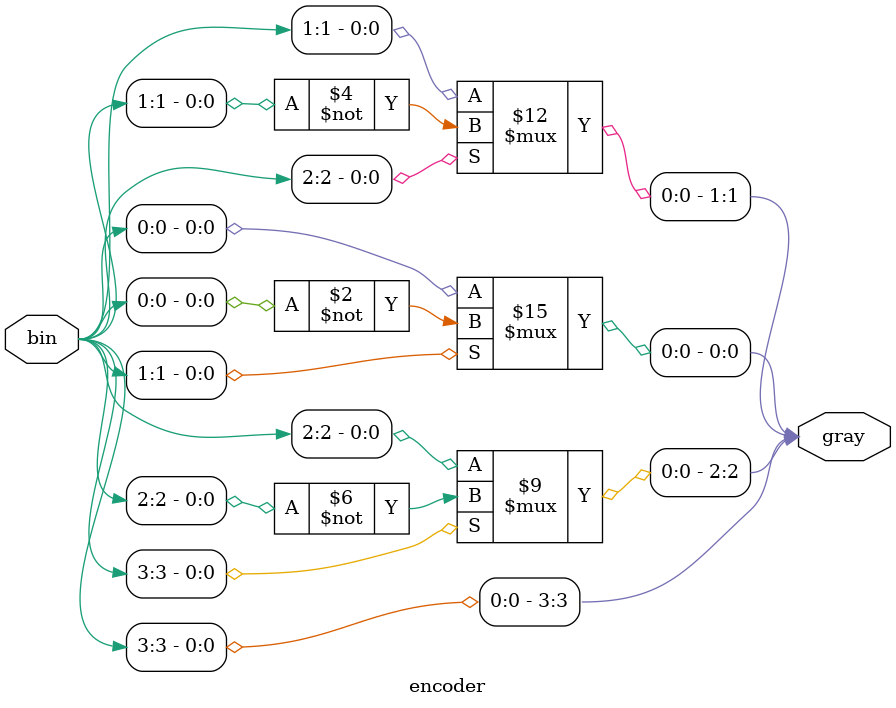
<source format=sv>
module encoder(
	bin,
	gray
);

input [3:0] bin;

output reg [3:0]gray;

always_comb begin 
	if(bin[1]) gray[0] = ~bin[0];
	else gray[0] = bin[0];
end

always_comb begin 
	if(bin[2]) gray[1] = ~bin[1];
	else gray[1] = bin[1];
end

always_comb begin 
	if(bin[3]) gray[2] = ~bin[2];
	else gray[2] = bin[2];
end

always_comb begin 
	gray[3] = bin[3];
end

endmodule
</source>
